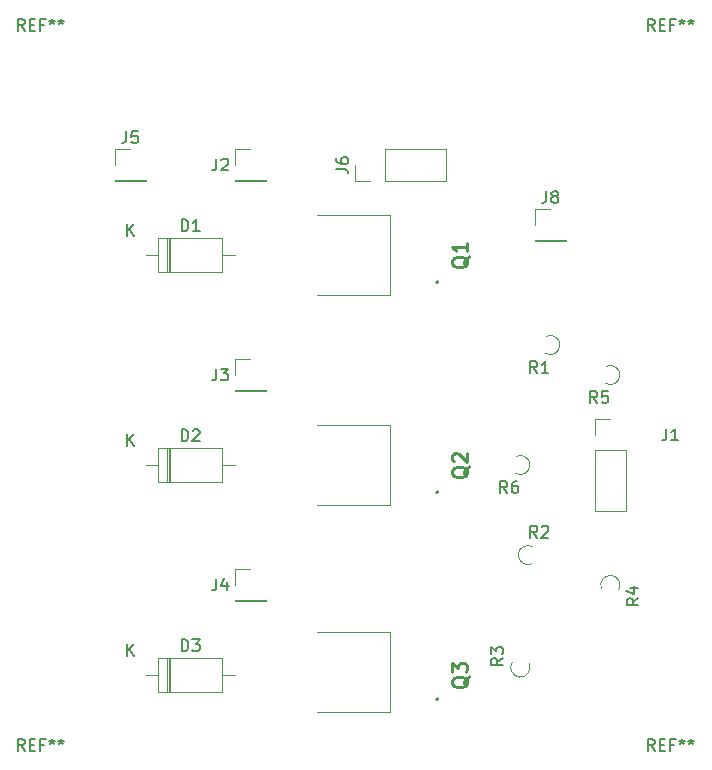
<source format=gbr>
%TF.GenerationSoftware,KiCad,Pcbnew,(6.0.1-0)*%
%TF.CreationDate,2022-02-23T15:31:50-05:00*%
%TF.ProjectId,PCB - Controls,50434220-2d20-4436-9f6e-74726f6c732e,rev?*%
%TF.SameCoordinates,Original*%
%TF.FileFunction,Legend,Top*%
%TF.FilePolarity,Positive*%
%FSLAX46Y46*%
G04 Gerber Fmt 4.6, Leading zero omitted, Abs format (unit mm)*
G04 Created by KiCad (PCBNEW (6.0.1-0)) date 2022-02-23 15:31:50*
%MOMM*%
%LPD*%
G01*
G04 APERTURE LIST*
%ADD10C,0.150000*%
%ADD11C,0.254000*%
%ADD12C,0.120000*%
%ADD13C,0.100000*%
%ADD14C,0.200000*%
G04 APERTURE END LIST*
D10*
%TO.C,R6*%
X161443333Y-88732380D02*
X161110000Y-88256190D01*
X160871904Y-88732380D02*
X160871904Y-87732380D01*
X161252857Y-87732380D01*
X161348095Y-87780000D01*
X161395714Y-87827619D01*
X161443333Y-87922857D01*
X161443333Y-88065714D01*
X161395714Y-88160952D01*
X161348095Y-88208571D01*
X161252857Y-88256190D01*
X160871904Y-88256190D01*
X162300476Y-87732380D02*
X162110000Y-87732380D01*
X162014761Y-87780000D01*
X161967142Y-87827619D01*
X161871904Y-87970476D01*
X161824285Y-88160952D01*
X161824285Y-88541904D01*
X161871904Y-88637142D01*
X161919523Y-88684761D01*
X162014761Y-88732380D01*
X162205238Y-88732380D01*
X162300476Y-88684761D01*
X162348095Y-88637142D01*
X162395714Y-88541904D01*
X162395714Y-88303809D01*
X162348095Y-88208571D01*
X162300476Y-88160952D01*
X162205238Y-88113333D01*
X162014761Y-88113333D01*
X161919523Y-88160952D01*
X161871904Y-88208571D01*
X161824285Y-88303809D01*
%TO.C,R5*%
X169063333Y-81112380D02*
X168730000Y-80636190D01*
X168491904Y-81112380D02*
X168491904Y-80112380D01*
X168872857Y-80112380D01*
X168968095Y-80160000D01*
X169015714Y-80207619D01*
X169063333Y-80302857D01*
X169063333Y-80445714D01*
X169015714Y-80540952D01*
X168968095Y-80588571D01*
X168872857Y-80636190D01*
X168491904Y-80636190D01*
X169968095Y-80112380D02*
X169491904Y-80112380D01*
X169444285Y-80588571D01*
X169491904Y-80540952D01*
X169587142Y-80493333D01*
X169825238Y-80493333D01*
X169920476Y-80540952D01*
X169968095Y-80588571D01*
X170015714Y-80683809D01*
X170015714Y-80921904D01*
X169968095Y-81017142D01*
X169920476Y-81064761D01*
X169825238Y-81112380D01*
X169587142Y-81112380D01*
X169491904Y-81064761D01*
X169444285Y-81017142D01*
%TO.C,R4*%
X172552380Y-97636666D02*
X172076190Y-97970000D01*
X172552380Y-98208095D02*
X171552380Y-98208095D01*
X171552380Y-97827142D01*
X171600000Y-97731904D01*
X171647619Y-97684285D01*
X171742857Y-97636666D01*
X171885714Y-97636666D01*
X171980952Y-97684285D01*
X172028571Y-97731904D01*
X172076190Y-97827142D01*
X172076190Y-98208095D01*
X171885714Y-96779523D02*
X172552380Y-96779523D01*
X171504761Y-97017619D02*
X172219047Y-97255714D01*
X172219047Y-96636666D01*
%TO.C,J6*%
X146982380Y-61293333D02*
X147696666Y-61293333D01*
X147839523Y-61340952D01*
X147934761Y-61436190D01*
X147982380Y-61579047D01*
X147982380Y-61674285D01*
X146982380Y-60388571D02*
X146982380Y-60579047D01*
X147030000Y-60674285D01*
X147077619Y-60721904D01*
X147220476Y-60817142D01*
X147410952Y-60864761D01*
X147791904Y-60864761D01*
X147887142Y-60817142D01*
X147934761Y-60769523D01*
X147982380Y-60674285D01*
X147982380Y-60483809D01*
X147934761Y-60388571D01*
X147887142Y-60340952D01*
X147791904Y-60293333D01*
X147553809Y-60293333D01*
X147458571Y-60340952D01*
X147410952Y-60388571D01*
X147363333Y-60483809D01*
X147363333Y-60674285D01*
X147410952Y-60769523D01*
X147458571Y-60817142D01*
X147553809Y-60864761D01*
%TO.C,REF\u002A\u002A*%
X120586666Y-110552380D02*
X120253333Y-110076190D01*
X120015238Y-110552380D02*
X120015238Y-109552380D01*
X120396190Y-109552380D01*
X120491428Y-109600000D01*
X120539047Y-109647619D01*
X120586666Y-109742857D01*
X120586666Y-109885714D01*
X120539047Y-109980952D01*
X120491428Y-110028571D01*
X120396190Y-110076190D01*
X120015238Y-110076190D01*
X121015238Y-110028571D02*
X121348571Y-110028571D01*
X121491428Y-110552380D02*
X121015238Y-110552380D01*
X121015238Y-109552380D01*
X121491428Y-109552380D01*
X122253333Y-110028571D02*
X121920000Y-110028571D01*
X121920000Y-110552380D02*
X121920000Y-109552380D01*
X122396190Y-109552380D01*
X122920000Y-109552380D02*
X122920000Y-109790476D01*
X122681904Y-109695238D02*
X122920000Y-109790476D01*
X123158095Y-109695238D01*
X122777142Y-109980952D02*
X122920000Y-109790476D01*
X123062857Y-109980952D01*
X123681904Y-109552380D02*
X123681904Y-109790476D01*
X123443809Y-109695238D02*
X123681904Y-109790476D01*
X123920000Y-109695238D01*
X123539047Y-109980952D02*
X123681904Y-109790476D01*
X123824761Y-109980952D01*
%TO.C,D2*%
X133881904Y-84342380D02*
X133881904Y-83342380D01*
X134120000Y-83342380D01*
X134262857Y-83390000D01*
X134358095Y-83485238D01*
X134405714Y-83580476D01*
X134453333Y-83770952D01*
X134453333Y-83913809D01*
X134405714Y-84104285D01*
X134358095Y-84199523D01*
X134262857Y-84294761D01*
X134120000Y-84342380D01*
X133881904Y-84342380D01*
X134834285Y-83437619D02*
X134881904Y-83390000D01*
X134977142Y-83342380D01*
X135215238Y-83342380D01*
X135310476Y-83390000D01*
X135358095Y-83437619D01*
X135405714Y-83532857D01*
X135405714Y-83628095D01*
X135358095Y-83770952D01*
X134786666Y-84342380D01*
X135405714Y-84342380D01*
X129278095Y-84712380D02*
X129278095Y-83712380D01*
X129849523Y-84712380D02*
X129420952Y-84140952D01*
X129849523Y-83712380D02*
X129278095Y-84283809D01*
%TO.C,R1*%
X163983333Y-78572380D02*
X163650000Y-78096190D01*
X163411904Y-78572380D02*
X163411904Y-77572380D01*
X163792857Y-77572380D01*
X163888095Y-77620000D01*
X163935714Y-77667619D01*
X163983333Y-77762857D01*
X163983333Y-77905714D01*
X163935714Y-78000952D01*
X163888095Y-78048571D01*
X163792857Y-78096190D01*
X163411904Y-78096190D01*
X164935714Y-78572380D02*
X164364285Y-78572380D01*
X164650000Y-78572380D02*
X164650000Y-77572380D01*
X164554761Y-77715238D01*
X164459523Y-77810476D01*
X164364285Y-77858095D01*
%TO.C,J2*%
X136826666Y-60412380D02*
X136826666Y-61126666D01*
X136779047Y-61269523D01*
X136683809Y-61364761D01*
X136540952Y-61412380D01*
X136445714Y-61412380D01*
X137255238Y-60507619D02*
X137302857Y-60460000D01*
X137398095Y-60412380D01*
X137636190Y-60412380D01*
X137731428Y-60460000D01*
X137779047Y-60507619D01*
X137826666Y-60602857D01*
X137826666Y-60698095D01*
X137779047Y-60840952D01*
X137207619Y-61412380D01*
X137826666Y-61412380D01*
%TO.C,REF\u002A\u002A*%
X120586666Y-49592380D02*
X120253333Y-49116190D01*
X120015238Y-49592380D02*
X120015238Y-48592380D01*
X120396190Y-48592380D01*
X120491428Y-48640000D01*
X120539047Y-48687619D01*
X120586666Y-48782857D01*
X120586666Y-48925714D01*
X120539047Y-49020952D01*
X120491428Y-49068571D01*
X120396190Y-49116190D01*
X120015238Y-49116190D01*
X121015238Y-49068571D02*
X121348571Y-49068571D01*
X121491428Y-49592380D02*
X121015238Y-49592380D01*
X121015238Y-48592380D01*
X121491428Y-48592380D01*
X122253333Y-49068571D02*
X121920000Y-49068571D01*
X121920000Y-49592380D02*
X121920000Y-48592380D01*
X122396190Y-48592380D01*
X122920000Y-48592380D02*
X122920000Y-48830476D01*
X122681904Y-48735238D02*
X122920000Y-48830476D01*
X123158095Y-48735238D01*
X122777142Y-49020952D02*
X122920000Y-48830476D01*
X123062857Y-49020952D01*
X123681904Y-48592380D02*
X123681904Y-48830476D01*
X123443809Y-48735238D02*
X123681904Y-48830476D01*
X123920000Y-48735238D01*
X123539047Y-49020952D02*
X123681904Y-48830476D01*
X123824761Y-49020952D01*
D11*
%TO.C,Q1*%
X158175476Y-68700952D02*
X158115000Y-68821904D01*
X157994047Y-68942857D01*
X157812619Y-69124285D01*
X157752142Y-69245238D01*
X157752142Y-69366190D01*
X158054523Y-69305714D02*
X157994047Y-69426666D01*
X157873095Y-69547619D01*
X157631190Y-69608095D01*
X157207857Y-69608095D01*
X156965952Y-69547619D01*
X156845000Y-69426666D01*
X156784523Y-69305714D01*
X156784523Y-69063809D01*
X156845000Y-68942857D01*
X156965952Y-68821904D01*
X157207857Y-68761428D01*
X157631190Y-68761428D01*
X157873095Y-68821904D01*
X157994047Y-68942857D01*
X158054523Y-69063809D01*
X158054523Y-69305714D01*
X158054523Y-67551904D02*
X158054523Y-68277619D01*
X158054523Y-67914761D02*
X156784523Y-67914761D01*
X156965952Y-68035714D01*
X157086904Y-68156666D01*
X157147380Y-68277619D01*
D10*
%TO.C,REF\u002A\u002A*%
X173926666Y-49592380D02*
X173593333Y-49116190D01*
X173355238Y-49592380D02*
X173355238Y-48592380D01*
X173736190Y-48592380D01*
X173831428Y-48640000D01*
X173879047Y-48687619D01*
X173926666Y-48782857D01*
X173926666Y-48925714D01*
X173879047Y-49020952D01*
X173831428Y-49068571D01*
X173736190Y-49116190D01*
X173355238Y-49116190D01*
X174355238Y-49068571D02*
X174688571Y-49068571D01*
X174831428Y-49592380D02*
X174355238Y-49592380D01*
X174355238Y-48592380D01*
X174831428Y-48592380D01*
X175593333Y-49068571D02*
X175260000Y-49068571D01*
X175260000Y-49592380D02*
X175260000Y-48592380D01*
X175736190Y-48592380D01*
X176260000Y-48592380D02*
X176260000Y-48830476D01*
X176021904Y-48735238D02*
X176260000Y-48830476D01*
X176498095Y-48735238D01*
X176117142Y-49020952D02*
X176260000Y-48830476D01*
X176402857Y-49020952D01*
X177021904Y-48592380D02*
X177021904Y-48830476D01*
X176783809Y-48735238D02*
X177021904Y-48830476D01*
X177260000Y-48735238D01*
X176879047Y-49020952D02*
X177021904Y-48830476D01*
X177164761Y-49020952D01*
%TO.C,D3*%
X133881904Y-102122380D02*
X133881904Y-101122380D01*
X134120000Y-101122380D01*
X134262857Y-101170000D01*
X134358095Y-101265238D01*
X134405714Y-101360476D01*
X134453333Y-101550952D01*
X134453333Y-101693809D01*
X134405714Y-101884285D01*
X134358095Y-101979523D01*
X134262857Y-102074761D01*
X134120000Y-102122380D01*
X133881904Y-102122380D01*
X134786666Y-101122380D02*
X135405714Y-101122380D01*
X135072380Y-101503333D01*
X135215238Y-101503333D01*
X135310476Y-101550952D01*
X135358095Y-101598571D01*
X135405714Y-101693809D01*
X135405714Y-101931904D01*
X135358095Y-102027142D01*
X135310476Y-102074761D01*
X135215238Y-102122380D01*
X134929523Y-102122380D01*
X134834285Y-102074761D01*
X134786666Y-102027142D01*
X129278095Y-102492380D02*
X129278095Y-101492380D01*
X129849523Y-102492380D02*
X129420952Y-101920952D01*
X129849523Y-101492380D02*
X129278095Y-102063809D01*
%TO.C,R2*%
X163983333Y-92512380D02*
X163650000Y-92036190D01*
X163411904Y-92512380D02*
X163411904Y-91512380D01*
X163792857Y-91512380D01*
X163888095Y-91560000D01*
X163935714Y-91607619D01*
X163983333Y-91702857D01*
X163983333Y-91845714D01*
X163935714Y-91940952D01*
X163888095Y-91988571D01*
X163792857Y-92036190D01*
X163411904Y-92036190D01*
X164364285Y-91607619D02*
X164411904Y-91560000D01*
X164507142Y-91512380D01*
X164745238Y-91512380D01*
X164840476Y-91560000D01*
X164888095Y-91607619D01*
X164935714Y-91702857D01*
X164935714Y-91798095D01*
X164888095Y-91940952D01*
X164316666Y-92512380D01*
X164935714Y-92512380D01*
%TO.C,REF\u002A\u002A*%
X173926666Y-110552380D02*
X173593333Y-110076190D01*
X173355238Y-110552380D02*
X173355238Y-109552380D01*
X173736190Y-109552380D01*
X173831428Y-109600000D01*
X173879047Y-109647619D01*
X173926666Y-109742857D01*
X173926666Y-109885714D01*
X173879047Y-109980952D01*
X173831428Y-110028571D01*
X173736190Y-110076190D01*
X173355238Y-110076190D01*
X174355238Y-110028571D02*
X174688571Y-110028571D01*
X174831428Y-110552380D02*
X174355238Y-110552380D01*
X174355238Y-109552380D01*
X174831428Y-109552380D01*
X175593333Y-110028571D02*
X175260000Y-110028571D01*
X175260000Y-110552380D02*
X175260000Y-109552380D01*
X175736190Y-109552380D01*
X176260000Y-109552380D02*
X176260000Y-109790476D01*
X176021904Y-109695238D02*
X176260000Y-109790476D01*
X176498095Y-109695238D01*
X176117142Y-109980952D02*
X176260000Y-109790476D01*
X176402857Y-109980952D01*
X177021904Y-109552380D02*
X177021904Y-109790476D01*
X176783809Y-109695238D02*
X177021904Y-109790476D01*
X177260000Y-109695238D01*
X176879047Y-109980952D02*
X177021904Y-109790476D01*
X177164761Y-109980952D01*
%TO.C,D1*%
X133881904Y-66562380D02*
X133881904Y-65562380D01*
X134120000Y-65562380D01*
X134262857Y-65610000D01*
X134358095Y-65705238D01*
X134405714Y-65800476D01*
X134453333Y-65990952D01*
X134453333Y-66133809D01*
X134405714Y-66324285D01*
X134358095Y-66419523D01*
X134262857Y-66514761D01*
X134120000Y-66562380D01*
X133881904Y-66562380D01*
X135405714Y-66562380D02*
X134834285Y-66562380D01*
X135120000Y-66562380D02*
X135120000Y-65562380D01*
X135024761Y-65705238D01*
X134929523Y-65800476D01*
X134834285Y-65848095D01*
X129278095Y-66932380D02*
X129278095Y-65932380D01*
X129849523Y-66932380D02*
X129420952Y-66360952D01*
X129849523Y-65932380D02*
X129278095Y-66503809D01*
%TO.C,R3*%
X161092380Y-102716666D02*
X160616190Y-103050000D01*
X161092380Y-103288095D02*
X160092380Y-103288095D01*
X160092380Y-102907142D01*
X160140000Y-102811904D01*
X160187619Y-102764285D01*
X160282857Y-102716666D01*
X160425714Y-102716666D01*
X160520952Y-102764285D01*
X160568571Y-102811904D01*
X160616190Y-102907142D01*
X160616190Y-103288095D01*
X160092380Y-102383333D02*
X160092380Y-101764285D01*
X160473333Y-102097619D01*
X160473333Y-101954761D01*
X160520952Y-101859523D01*
X160568571Y-101811904D01*
X160663809Y-101764285D01*
X160901904Y-101764285D01*
X160997142Y-101811904D01*
X161044761Y-101859523D01*
X161092380Y-101954761D01*
X161092380Y-102240476D01*
X161044761Y-102335714D01*
X160997142Y-102383333D01*
%TO.C,J8*%
X164766666Y-63162380D02*
X164766666Y-63876666D01*
X164719047Y-64019523D01*
X164623809Y-64114761D01*
X164480952Y-64162380D01*
X164385714Y-64162380D01*
X165385714Y-63590952D02*
X165290476Y-63543333D01*
X165242857Y-63495714D01*
X165195238Y-63400476D01*
X165195238Y-63352857D01*
X165242857Y-63257619D01*
X165290476Y-63210000D01*
X165385714Y-63162380D01*
X165576190Y-63162380D01*
X165671428Y-63210000D01*
X165719047Y-63257619D01*
X165766666Y-63352857D01*
X165766666Y-63400476D01*
X165719047Y-63495714D01*
X165671428Y-63543333D01*
X165576190Y-63590952D01*
X165385714Y-63590952D01*
X165290476Y-63638571D01*
X165242857Y-63686190D01*
X165195238Y-63781428D01*
X165195238Y-63971904D01*
X165242857Y-64067142D01*
X165290476Y-64114761D01*
X165385714Y-64162380D01*
X165576190Y-64162380D01*
X165671428Y-64114761D01*
X165719047Y-64067142D01*
X165766666Y-63971904D01*
X165766666Y-63781428D01*
X165719047Y-63686190D01*
X165671428Y-63638571D01*
X165576190Y-63590952D01*
%TO.C,J4*%
X136826666Y-95972380D02*
X136826666Y-96686666D01*
X136779047Y-96829523D01*
X136683809Y-96924761D01*
X136540952Y-96972380D01*
X136445714Y-96972380D01*
X137731428Y-96305714D02*
X137731428Y-96972380D01*
X137493333Y-95924761D02*
X137255238Y-96639047D01*
X137874285Y-96639047D01*
%TO.C,J5*%
X129206666Y-58082380D02*
X129206666Y-58796666D01*
X129159047Y-58939523D01*
X129063809Y-59034761D01*
X128920952Y-59082380D01*
X128825714Y-59082380D01*
X130159047Y-58082380D02*
X129682857Y-58082380D01*
X129635238Y-58558571D01*
X129682857Y-58510952D01*
X129778095Y-58463333D01*
X130016190Y-58463333D01*
X130111428Y-58510952D01*
X130159047Y-58558571D01*
X130206666Y-58653809D01*
X130206666Y-58891904D01*
X130159047Y-58987142D01*
X130111428Y-59034761D01*
X130016190Y-59082380D01*
X129778095Y-59082380D01*
X129682857Y-59034761D01*
X129635238Y-58987142D01*
D11*
%TO.C,Q3*%
X158175476Y-104260952D02*
X158115000Y-104381904D01*
X157994047Y-104502857D01*
X157812619Y-104684285D01*
X157752142Y-104805238D01*
X157752142Y-104926190D01*
X158054523Y-104865714D02*
X157994047Y-104986666D01*
X157873095Y-105107619D01*
X157631190Y-105168095D01*
X157207857Y-105168095D01*
X156965952Y-105107619D01*
X156845000Y-104986666D01*
X156784523Y-104865714D01*
X156784523Y-104623809D01*
X156845000Y-104502857D01*
X156965952Y-104381904D01*
X157207857Y-104321428D01*
X157631190Y-104321428D01*
X157873095Y-104381904D01*
X157994047Y-104502857D01*
X158054523Y-104623809D01*
X158054523Y-104865714D01*
X156784523Y-103898095D02*
X156784523Y-103111904D01*
X157268333Y-103535238D01*
X157268333Y-103353809D01*
X157328809Y-103232857D01*
X157389285Y-103172380D01*
X157510238Y-103111904D01*
X157812619Y-103111904D01*
X157933571Y-103172380D01*
X157994047Y-103232857D01*
X158054523Y-103353809D01*
X158054523Y-103716666D01*
X157994047Y-103837619D01*
X157933571Y-103898095D01*
%TO.C,Q2*%
X158175476Y-86480952D02*
X158115000Y-86601904D01*
X157994047Y-86722857D01*
X157812619Y-86904285D01*
X157752142Y-87025238D01*
X157752142Y-87146190D01*
X158054523Y-87085714D02*
X157994047Y-87206666D01*
X157873095Y-87327619D01*
X157631190Y-87388095D01*
X157207857Y-87388095D01*
X156965952Y-87327619D01*
X156845000Y-87206666D01*
X156784523Y-87085714D01*
X156784523Y-86843809D01*
X156845000Y-86722857D01*
X156965952Y-86601904D01*
X157207857Y-86541428D01*
X157631190Y-86541428D01*
X157873095Y-86601904D01*
X157994047Y-86722857D01*
X158054523Y-86843809D01*
X158054523Y-87085714D01*
X156905476Y-86057619D02*
X156845000Y-85997142D01*
X156784523Y-85876190D01*
X156784523Y-85573809D01*
X156845000Y-85452857D01*
X156905476Y-85392380D01*
X157026428Y-85331904D01*
X157147380Y-85331904D01*
X157328809Y-85392380D01*
X158054523Y-86118095D01*
X158054523Y-85331904D01*
D10*
%TO.C,J3*%
X136826666Y-78192380D02*
X136826666Y-78906666D01*
X136779047Y-79049523D01*
X136683809Y-79144761D01*
X136540952Y-79192380D01*
X136445714Y-79192380D01*
X137207619Y-78192380D02*
X137826666Y-78192380D01*
X137493333Y-78573333D01*
X137636190Y-78573333D01*
X137731428Y-78620952D01*
X137779047Y-78668571D01*
X137826666Y-78763809D01*
X137826666Y-79001904D01*
X137779047Y-79097142D01*
X137731428Y-79144761D01*
X137636190Y-79192380D01*
X137350476Y-79192380D01*
X137255238Y-79144761D01*
X137207619Y-79097142D01*
%TO.C,J1*%
X174926666Y-83272380D02*
X174926666Y-83986666D01*
X174879047Y-84129523D01*
X174783809Y-84224761D01*
X174640952Y-84272380D01*
X174545714Y-84272380D01*
X175926666Y-84272380D02*
X175355238Y-84272380D01*
X175640952Y-84272380D02*
X175640952Y-83272380D01*
X175545714Y-83415238D01*
X175450476Y-83510476D01*
X175355238Y-83558095D01*
D12*
%TO.C,R6*%
X162142867Y-87060000D02*
G75*
G03*
X162239905Y-85610641I417133J700000D01*
G01*
%TO.C,R5*%
X169762867Y-79440000D02*
G75*
G03*
X169859905Y-77990641I417133J700000D01*
G01*
%TO.C,R4*%
X170880000Y-96937133D02*
G75*
G03*
X169430641Y-96840095I-700000J417133D01*
G01*
%TO.C,J6*%
X156270000Y-62290000D02*
X156270000Y-59630000D01*
X151130000Y-62290000D02*
X156270000Y-62290000D01*
X149860000Y-62290000D02*
X148530000Y-62290000D01*
X151130000Y-59630000D02*
X156270000Y-59630000D01*
X148530000Y-62290000D02*
X148530000Y-60960000D01*
X151130000Y-62290000D02*
X151130000Y-59630000D01*
%TO.C,D2*%
X138360000Y-86360000D02*
X137340000Y-86360000D01*
X131900000Y-84890000D02*
X131900000Y-87830000D01*
X132680000Y-84890000D02*
X132680000Y-87830000D01*
X132920000Y-84890000D02*
X132920000Y-87830000D01*
X137340000Y-84890000D02*
X131900000Y-84890000D01*
X137340000Y-87830000D02*
X137340000Y-84890000D01*
X132800000Y-84890000D02*
X132800000Y-87830000D01*
X131900000Y-87830000D02*
X137340000Y-87830000D01*
X130880000Y-86360000D02*
X131900000Y-86360000D01*
%TO.C,R1*%
X164682867Y-76900000D02*
G75*
G03*
X164779905Y-75450641I417133J700000D01*
G01*
%TO.C,J2*%
X138370000Y-62230000D02*
X138370000Y-62290000D01*
X138370000Y-62290000D02*
X141030000Y-62290000D01*
X138370000Y-60960000D02*
X138370000Y-59630000D01*
X138370000Y-62230000D02*
X141030000Y-62230000D01*
X141030000Y-62230000D02*
X141030000Y-62290000D01*
X138370000Y-59630000D02*
X139700000Y-59630000D01*
D13*
%TO.C,Q1*%
X151560000Y-71945000D02*
X151560000Y-65215000D01*
X151560000Y-65215000D02*
X145340000Y-65215000D01*
X145340000Y-71945000D02*
X151560000Y-71945000D01*
D14*
X155520000Y-70980000D02*
X155520000Y-70980000D01*
X155520000Y-70780000D02*
X155520000Y-70780000D01*
X155520000Y-70980000D02*
G75*
G03*
X155520000Y-70780000I0J100000D01*
G01*
X155520000Y-70780000D02*
G75*
G03*
X155520000Y-70980000I0J-100000D01*
G01*
D12*
%TO.C,D3*%
X131900000Y-105610000D02*
X137340000Y-105610000D01*
X131900000Y-102670000D02*
X131900000Y-105610000D01*
X137340000Y-105610000D02*
X137340000Y-102670000D01*
X130880000Y-104140000D02*
X131900000Y-104140000D01*
X132680000Y-102670000D02*
X132680000Y-105610000D01*
X137340000Y-102670000D02*
X131900000Y-102670000D01*
X132920000Y-102670000D02*
X132920000Y-105610000D01*
X132800000Y-102670000D02*
X132800000Y-105610000D01*
X138360000Y-104140000D02*
X137340000Y-104140000D01*
%TO.C,R2*%
X163617133Y-93280000D02*
G75*
G03*
X163520095Y-94729359I-417133J-700000D01*
G01*
%TO.C,D1*%
X132920000Y-67110000D02*
X132920000Y-70050000D01*
X137340000Y-67110000D02*
X131900000Y-67110000D01*
X137340000Y-70050000D02*
X137340000Y-67110000D01*
X131900000Y-70050000D02*
X137340000Y-70050000D01*
X131900000Y-67110000D02*
X131900000Y-70050000D01*
X132680000Y-67110000D02*
X132680000Y-70050000D01*
X130880000Y-68580000D02*
X131900000Y-68580000D01*
X132800000Y-67110000D02*
X132800000Y-70050000D01*
X138360000Y-68580000D02*
X137340000Y-68580000D01*
%TO.C,R3*%
X161860000Y-103082867D02*
G75*
G03*
X163309359Y-103179905I700000J-417133D01*
G01*
%TO.C,J8*%
X166430000Y-67310000D02*
X166430000Y-67370000D01*
X163770000Y-67310000D02*
X166430000Y-67310000D01*
X163770000Y-66040000D02*
X163770000Y-64710000D01*
X163770000Y-67310000D02*
X163770000Y-67370000D01*
X163770000Y-64710000D02*
X165100000Y-64710000D01*
X163770000Y-67370000D02*
X166430000Y-67370000D01*
%TO.C,J4*%
X138370000Y-97790000D02*
X141030000Y-97790000D01*
X138370000Y-96520000D02*
X138370000Y-95190000D01*
X138370000Y-97790000D02*
X138370000Y-97850000D01*
X138370000Y-97850000D02*
X141030000Y-97850000D01*
X138370000Y-95190000D02*
X139700000Y-95190000D01*
X141030000Y-97790000D02*
X141030000Y-97850000D01*
%TO.C,J5*%
X128210000Y-62290000D02*
X130870000Y-62290000D01*
X128210000Y-62230000D02*
X130870000Y-62230000D01*
X128210000Y-60960000D02*
X128210000Y-59630000D01*
X130870000Y-62230000D02*
X130870000Y-62290000D01*
X128210000Y-62230000D02*
X128210000Y-62290000D01*
X128210000Y-59630000D02*
X129540000Y-59630000D01*
D14*
%TO.C,Q3*%
X155520000Y-106280000D02*
X155520000Y-106280000D01*
D13*
X145340000Y-107245000D02*
X151560000Y-107245000D01*
D14*
X155520000Y-106080000D02*
X155520000Y-106080000D01*
D13*
X151560000Y-100515000D02*
X145340000Y-100515000D01*
X151560000Y-107245000D02*
X151560000Y-100515000D01*
D14*
X155520000Y-106080000D02*
G75*
G03*
X155520000Y-106280000I0J-100000D01*
G01*
X155520000Y-106280000D02*
G75*
G03*
X155520000Y-106080000I0J100000D01*
G01*
%TO.C,Q2*%
X155520000Y-88760000D02*
X155520000Y-88760000D01*
D13*
X145340000Y-89725000D02*
X151560000Y-89725000D01*
D14*
X155520000Y-88560000D02*
X155520000Y-88560000D01*
D13*
X151560000Y-82995000D02*
X145340000Y-82995000D01*
X151560000Y-89725000D02*
X151560000Y-82995000D01*
D14*
X155520000Y-88760000D02*
G75*
G03*
X155520000Y-88560000I0J100000D01*
G01*
X155520000Y-88560000D02*
G75*
G03*
X155520000Y-88760000I0J-100000D01*
G01*
D12*
%TO.C,J3*%
X138370000Y-80010000D02*
X141030000Y-80010000D01*
X141030000Y-80010000D02*
X141030000Y-80070000D01*
X138370000Y-78740000D02*
X138370000Y-77410000D01*
X138370000Y-80070000D02*
X141030000Y-80070000D01*
X138370000Y-77410000D02*
X139700000Y-77410000D01*
X138370000Y-80010000D02*
X138370000Y-80070000D01*
%TO.C,J1*%
X168850000Y-90230000D02*
X171510000Y-90230000D01*
X168850000Y-85090000D02*
X168850000Y-90230000D01*
X171510000Y-85090000D02*
X171510000Y-90230000D01*
X168850000Y-83820000D02*
X168850000Y-82490000D01*
X168850000Y-82490000D02*
X170180000Y-82490000D01*
X168850000Y-85090000D02*
X171510000Y-85090000D01*
%TD*%
M02*

</source>
